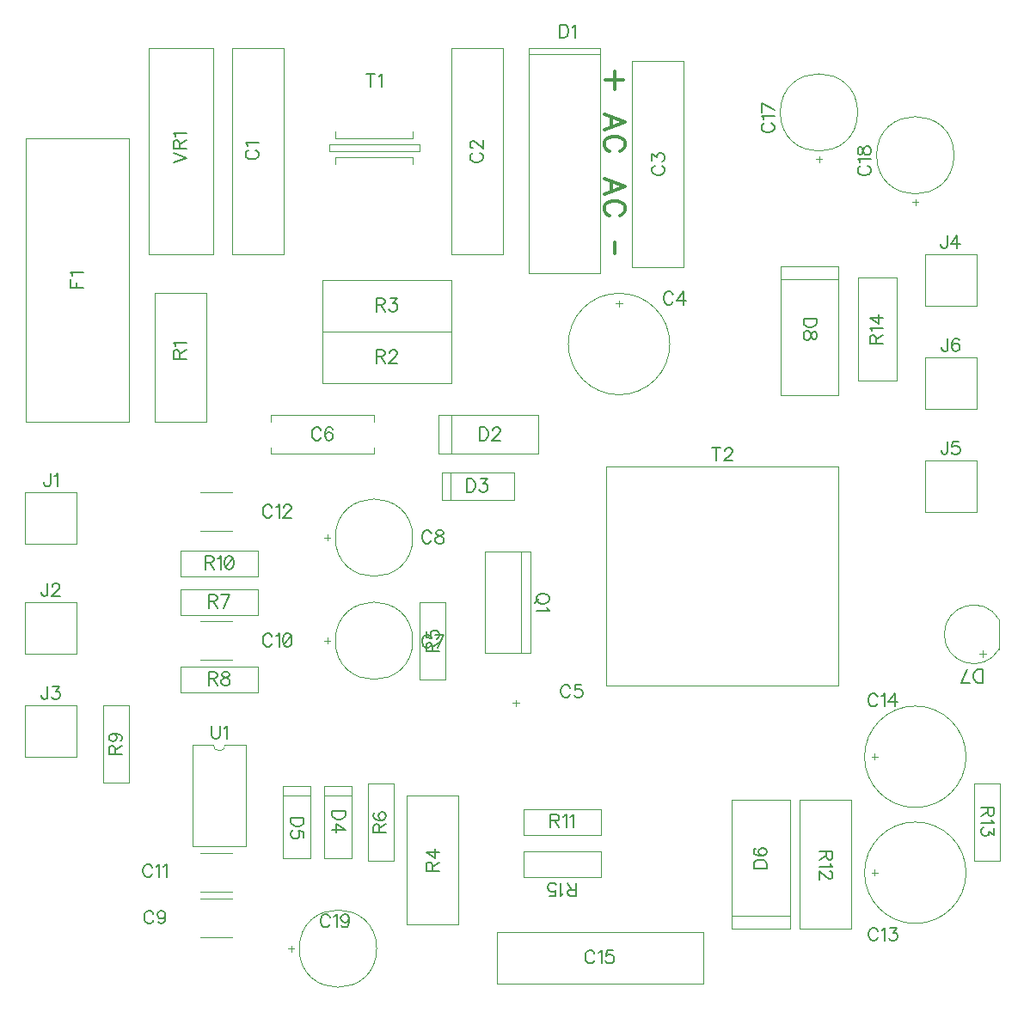
<source format=gbr>
G04 DipTrace 4.1.0.1*
G04 TopSilk.gbr*
%MOIN*%
G04 #@! TF.FileFunction,Legend,Top*
G04 #@! TF.Part,Single*
%ADD10C,0.004724*%
%ADD67C,0.00772*%
%ADD68C,0.012351*%
%ADD69C,0.004632*%
%FSLAX26Y26*%
G04*
G70*
G90*
G75*
G01*
G04 TopSilk*
%LPD*%
X1293701Y3393701D2*
D10*
X1493701D1*
Y4193701D1*
X1293701D1*
Y3393701D1*
X2143701D2*
X2343701D1*
Y4193701D1*
X2143701D1*
Y3393701D1*
X2843701Y3343701D2*
X3043701D1*
Y4143701D1*
X2843701D1*
Y3343701D1*
X2793701Y2848425D2*
G02X2793701Y2848425I0J196850D01*
G01*
X2781890Y3202756D2*
X2805512D1*
X2793701Y3214567D2*
Y3190945D1*
X2393708Y1298425D2*
G02X2393708Y1298425I-5J196850D01*
G01*
X2381888Y1652756D2*
X2405510D1*
X2393699Y1664567D2*
X2393700Y1640945D1*
X1843702Y2643701D2*
Y2618701D1*
X1443702Y2618692D1*
Y2643692D1*
X1443700Y2743692D2*
X1443699Y2768692D1*
X1843699Y2768701D1*
X1843700Y2743701D1*
X1662591Y1881881D2*
Y1905521D1*
X1650794Y1893701D2*
X1674421D1*
X1693693D2*
G02X1693693Y1893701I150007J0D01*
G01*
X1662591Y2281881D2*
Y2305521D1*
X1650794Y2293701D2*
X1674421D1*
X1693693D2*
G02X1693693Y2293701I150007J0D01*
G01*
X1293702Y743700D2*
X1168702Y743697D1*
X1293699Y893700D2*
X1168699Y893697D1*
X1168701Y1968701D2*
X1293701D1*
X1168701Y1818701D2*
X1293701D1*
Y918701D2*
X1168701D1*
X1293701Y1068701D2*
X1168701D1*
Y2468701D2*
X1293701D1*
X1168701Y2318701D2*
X1293701D1*
X4138976Y993701D2*
G02X4138976Y993701I-196850J0D01*
G01*
X3784646Y981890D2*
Y1005512D1*
X3772835Y993701D2*
X3796457D1*
X4138976Y1443701D2*
G02X4138976Y1443701I-196850J0D01*
G01*
X3784646Y1431890D2*
Y1455512D1*
X3772835Y1443701D2*
X3796457D1*
X2318706Y764561D2*
X2318714Y564561D1*
X3118714Y564596D1*
X3118706Y764596D1*
X2318706Y764561D1*
X3580521Y3762591D2*
X3556881D1*
X3568701Y3750794D2*
Y3774421D1*
X3418694Y3943700D2*
G02X3418694Y3943700I150007J0D01*
G01*
X3953946Y3596442D2*
X3930306D1*
X3942126Y3584646D2*
Y3608273D1*
X3792119Y3777552D2*
G02X3792119Y3777552I150007J0D01*
G01*
X1522834Y687388D2*
X1522833Y711028D1*
X1511037Y699208D2*
X1534664D1*
X1553936Y699213D2*
G02X1553936Y699213I150007J0D01*
G01*
X2718701Y4193701D2*
X2443701D1*
Y3318701D1*
X2718701D1*
Y4193701D1*
Y4168701D2*
X2443701D1*
X2143701Y2768701D2*
Y2618701D1*
X2481201D1*
Y2768701D1*
X2143701D1*
X2093701D2*
Y2618701D1*
X2143701D1*
Y2768701D1*
X2093701D1*
X2105979Y2440551D2*
X2381423D1*
X2105979Y2546850D2*
X2381423D1*
X2105979Y2440551D2*
Y2546850D1*
X2353787Y2440551D2*
X2385554D1*
Y2546850D1*
X2353787D1*
X2141168D2*
Y2440551D1*
X1650794Y1329060D2*
Y1053617D1*
X1757093Y1329060D2*
Y1053617D1*
X1650794Y1329060D2*
X1757093D1*
X1650794Y1081252D2*
Y1049486D1*
X1757093D1*
Y1081252D1*
Y1293871D2*
X1650794D1*
X1490551Y1329060D2*
Y1053617D1*
X1596850Y1329060D2*
Y1053617D1*
X1490551Y1329060D2*
X1596850D1*
X1490551Y1081252D2*
Y1049486D1*
X1596850D1*
Y1081252D1*
Y1293871D2*
X1490551D1*
X3231201Y827953D2*
X3456201D1*
Y1277953D1*
X3231201D1*
Y827953D1*
Y777953D2*
X3456201D1*
Y827953D1*
X3231201D1*
Y777953D1*
X4267125Y1975931D2*
X4267127Y1861475D1*
G02X4267125Y1975931I-98598J57226D01*
G01*
X3643701Y3297433D2*
X3418701D1*
Y2847433D1*
X3643701D1*
Y3297433D1*
Y3347433D2*
X3418701D1*
Y3297433D1*
X3643701D1*
Y3347433D1*
X493701Y2743701D2*
X893701D1*
Y3843701D1*
X493701D1*
Y2743701D1*
X490551Y2468701D2*
Y2268701D1*
X690551D1*
Y2468701D1*
X490551D1*
Y2043701D2*
Y1843701D1*
X690551D1*
Y2043701D1*
X490551D1*
Y1643701D2*
Y1443701D1*
X690551D1*
Y1643701D1*
X490551D1*
X3979528Y3393701D2*
Y3193701D1*
X4179528D1*
Y3393701D1*
X3979528D1*
Y2593701D2*
Y2393701D1*
X4179528D1*
Y2593701D1*
X3979528D1*
Y2993701D2*
Y2793701D1*
X4179528D1*
Y2993701D1*
X3979528D1*
X2450000Y2240551D2*
X2272835D1*
Y1846850D1*
X2450000D1*
Y2240551D1*
X2414567D2*
Y1846850D1*
X993703Y2743699D2*
X1193703Y2743703D1*
X1193694Y3243703D1*
X993694Y3243699D1*
X993703Y2743699D1*
X1643701Y3093701D2*
Y2893701D1*
X2143701D1*
Y3093701D1*
X1643701D1*
Y3293701D2*
Y3093701D1*
X2143701D1*
Y3293701D1*
X1643701D1*
X1968701Y793701D2*
X2168701D1*
Y1293701D1*
X1968701D1*
Y793701D1*
X2018701Y1743701D2*
X2118701D1*
Y2043701D1*
X2018701D1*
Y1743701D1*
X1818701Y1041339D2*
X1918701D1*
Y1341339D1*
X1818701D1*
Y1041339D1*
X1093701Y2093701D2*
Y1993701D1*
X1393701D1*
Y2093701D1*
X1093701D1*
Y1793701D2*
Y1693701D1*
X1393701D1*
Y1793701D1*
X1093701D1*
X793701Y1343701D2*
X893701D1*
Y1643701D1*
X793701D1*
Y1343701D1*
X1093701Y2243701D2*
Y2143701D1*
X1393701D1*
Y2243701D1*
X1093701D1*
X2422047Y1241339D2*
Y1141339D1*
X2722047D1*
Y1241339D1*
X2422047D1*
X3693701Y1277559D2*
X3493701D1*
Y777559D1*
X3693701D1*
Y1277559D1*
X4268701Y1341339D2*
X4168701D1*
Y1041339D1*
X4268701D1*
Y1341339D1*
X3718701Y2902756D2*
X3868701D1*
Y3302756D1*
X3718701D1*
Y2902756D1*
X2722047Y977559D2*
Y1077559D1*
X2422047D1*
Y977559D1*
X2722047D1*
X1668701Y3793701D2*
X2018701D1*
Y3818701D1*
X1668701D1*
Y3793701D1*
X1693701Y3743701D2*
Y3768701D1*
X1993701D1*
Y3743701D1*
X1693701Y3868701D2*
Y3843701D1*
X1993701D1*
Y3868701D1*
X2743701Y2568701D2*
Y1718701D1*
X3643701D1*
Y2568701D1*
X2743701D1*
X1346067Y1490551D2*
Y1096850D1*
X1141335D2*
X1346067D1*
X1141335Y1490551D2*
Y1096850D1*
Y1490551D2*
X1220075D1*
X1346067D2*
X1267327D1*
X1220075D2*
G03X1267327Y1490551I23626J4D01*
G01*
X968701Y3393701D2*
X1218701D1*
Y4193701D1*
X968701D1*
Y3393701D1*
X1357416Y3797919D2*
D67*
X1352663Y3795543D1*
X1347854Y3790734D1*
X1345478Y3785981D1*
Y3776420D1*
X1347854Y3771611D1*
X1352663Y3766858D1*
X1357416Y3764426D1*
X1364601Y3762049D1*
X1376594D1*
X1383724Y3764426D1*
X1388533Y3766858D1*
X1393286Y3771611D1*
X1395718Y3776420D1*
Y3785981D1*
X1393286Y3790734D1*
X1388533Y3795543D1*
X1383724Y3797919D1*
X1355095Y3813359D2*
X1352663Y3818167D1*
X1345533Y3825352D1*
X1395718D1*
X2227506Y3787169D2*
X2222753Y3784793D1*
X2217945Y3779984D1*
X2215568Y3775231D1*
Y3765670D1*
X2217945Y3760861D1*
X2222753Y3756108D1*
X2227506Y3753676D1*
X2234692Y3751300D1*
X2246685D1*
X2253815Y3753676D1*
X2258623Y3756108D1*
X2263376Y3760861D1*
X2265808Y3765670D1*
Y3775231D1*
X2263376Y3779984D1*
X2258623Y3784793D1*
X2253815Y3787169D1*
X2227562Y3805041D2*
X2225185D1*
X2220377Y3807417D1*
X2218000Y3809794D1*
X2215624Y3814602D1*
Y3824164D1*
X2218000Y3828917D1*
X2220377Y3831294D1*
X2225185Y3833725D1*
X2229938D1*
X2234747Y3831294D1*
X2241877Y3826540D1*
X2265808Y3802609D1*
Y3836102D1*
X2932416Y3737169D2*
X2927663Y3734793D1*
X2922854Y3729984D1*
X2920478Y3725231D1*
Y3715670D1*
X2922854Y3710861D1*
X2927663Y3706108D1*
X2932416Y3703676D1*
X2939601Y3701300D1*
X2951594D1*
X2958724Y3703676D1*
X2963533Y3706108D1*
X2968286Y3710861D1*
X2970718Y3715670D1*
Y3725231D1*
X2968286Y3729984D1*
X2963533Y3734793D1*
X2958724Y3737169D1*
X2920533Y3757417D2*
Y3783670D1*
X2939656Y3769355D1*
Y3776540D1*
X2942033Y3781294D1*
X2944409Y3783670D1*
X2951594Y3786102D1*
X2956348D1*
X2963533Y3783670D1*
X2968341Y3778917D1*
X2970718Y3771732D1*
Y3764547D1*
X2968341Y3757417D1*
X2965909Y3755041D1*
X2961156Y3752609D1*
X3002922Y3236470D2*
X3000546Y3241223D1*
X2995737Y3246032D1*
X2990984Y3248408D1*
X2981422D1*
X2976614Y3246032D1*
X2971861Y3241223D1*
X2969429Y3236470D1*
X2967052Y3229285D1*
Y3217291D1*
X2969429Y3210162D1*
X2971861Y3205353D1*
X2976614Y3200600D1*
X2981422Y3198168D1*
X2990984D1*
X2995737Y3200600D1*
X3000546Y3205353D1*
X3002922Y3210162D1*
X3042293Y3198168D2*
Y3248353D1*
X3018361Y3214915D1*
X3054231D1*
X2604111Y1711475D2*
X2601735Y1716228D1*
X2596926Y1721037D1*
X2592173Y1723413D1*
X2582611D1*
X2577803Y1721036D1*
X2573050Y1716228D1*
X2570618Y1711474D1*
X2568242Y1704289D1*
Y1692296D1*
X2570619Y1685166D1*
X2573051Y1680358D1*
X2577804Y1675605D1*
X2582613Y1673173D1*
X2592174D1*
X2596927Y1675605D1*
X2601736Y1680358D1*
X2604112Y1685167D1*
X2648235Y1723359D2*
X2624359D1*
X2621983Y1701859D1*
X2624359Y1704236D1*
X2631544Y1706668D1*
X2638674D1*
X2645859Y1704236D1*
X2650668Y1699483D1*
X2653044Y1692298D1*
X2653045Y1687545D1*
X2650668Y1680360D1*
X2645860Y1675551D1*
X2638675Y1673174D1*
X2631545D1*
X2624360Y1675551D1*
X2621983Y1677982D1*
X2619551Y1682736D1*
X1638388Y2709894D2*
X1636011Y2714647D1*
X1631202Y2719455D1*
X1626449Y2721832D1*
X1616888Y2721831D1*
X1612079Y2719455D1*
X1607326Y2714646D1*
X1604894Y2709893D1*
X1602518Y2702708D1*
Y2690714D1*
X1604895Y2683585D1*
X1607327Y2678776D1*
X1612080Y2674023D1*
X1616889Y2671591D1*
X1626450Y2671592D1*
X1631203Y2674024D1*
X1636012Y2678777D1*
X1638388Y2683585D1*
X1682512Y2714648D2*
X1680135Y2719401D1*
X1672950Y2721777D1*
X1668197D1*
X1661012Y2719401D1*
X1656203Y2712215D1*
X1653827Y2700277D1*
Y2688339D1*
X1656204Y2678777D1*
X1661013Y2673969D1*
X1668198Y2671593D1*
X1670574D1*
X1677704Y2673969D1*
X1682512Y2678778D1*
X1684889Y2685963D1*
Y2688340D1*
X1682512Y2695525D1*
X1677704Y2700278D1*
X1670574Y2702654D1*
X1668197D1*
X1661012Y2700277D1*
X1656204Y2695524D1*
X1653827Y2688339D1*
X2065719Y1904986D2*
X2063343Y1909739D1*
X2058534Y1914547D1*
X2053781Y1916924D1*
X2044219D1*
X2039411Y1914547D1*
X2034658Y1909739D1*
X2032226Y1904986D1*
X2029849Y1897801D1*
Y1885807D1*
X2032226Y1878677D1*
X2034658Y1873869D1*
X2039411Y1869116D1*
X2044219Y1866684D1*
X2053781D1*
X2058534Y1869116D1*
X2063343Y1873869D1*
X2065719Y1878677D1*
X2090720Y1866684D2*
X2114652Y1916869D1*
X2081159D1*
X2065747Y2309895D2*
X2063370Y2314648D1*
X2058562Y2319457D1*
X2053809Y2321833D1*
X2044247D1*
X2039439Y2319457D1*
X2034685Y2314648D1*
X2032254Y2309895D1*
X2029877Y2302710D1*
Y2290717D1*
X2032254Y2283587D1*
X2034685Y2278778D1*
X2039439Y2274025D1*
X2044247Y2271593D1*
X2053809D1*
X2058562Y2274025D1*
X2063370Y2278778D1*
X2065747Y2283587D1*
X2093124Y2321778D2*
X2085995Y2319401D1*
X2083563Y2314648D1*
Y2309840D1*
X2085995Y2305087D1*
X2090748Y2302655D1*
X2100309Y2300278D1*
X2107495Y2297902D1*
X2112248Y2293093D1*
X2114624Y2288340D1*
Y2281155D1*
X2112248Y2276402D1*
X2109871Y2273970D1*
X2102686Y2271593D1*
X2093124D1*
X2085995Y2273970D1*
X2083563Y2276402D1*
X2081186Y2281155D1*
Y2288340D1*
X2083563Y2293093D1*
X2088371Y2297902D1*
X2095501Y2300278D1*
X2105063Y2302655D1*
X2109871Y2305087D1*
X2112248Y2309840D1*
Y2314648D1*
X2109871Y2319401D1*
X2102686Y2321778D1*
X2093124D1*
X988360Y834891D2*
X985983Y839644D1*
X981175Y844453D1*
X976422Y846829D1*
X966860D1*
X962052Y844452D1*
X957298Y839644D1*
X954867Y834891D1*
X952490Y827705D1*
X952491Y815712D1*
X954867Y808582D1*
X957299Y803774D1*
X962053Y799021D1*
X966861Y796589D1*
X976423D1*
X981176Y799021D1*
X985984Y803775D1*
X988361Y808583D1*
X1034916Y830084D2*
X1032484Y822899D1*
X1027731Y818090D1*
X1020546Y815714D1*
X1018170Y815713D1*
X1010985Y818090D1*
X1006231Y822898D1*
X1003799Y830083D1*
Y832460D1*
X1006231Y839645D1*
X1010984Y844398D1*
X1018169Y846775D1*
X1020546D1*
X1027731Y844399D1*
X1032484Y839645D1*
X1034916Y830084D1*
Y818090D1*
X1032485Y806152D1*
X1027732Y798967D1*
X1020547Y796590D1*
X1015794D1*
X1008609Y798967D1*
X1006232Y803775D1*
X1448453Y1909895D2*
X1446077Y1914648D1*
X1441268Y1919457D1*
X1436515Y1921833D1*
X1426953D1*
X1422145Y1919457D1*
X1417392Y1914648D1*
X1414960Y1909895D1*
X1412583Y1902710D1*
Y1890717D1*
X1414960Y1883587D1*
X1417392Y1878778D1*
X1422145Y1874025D1*
X1426953Y1871593D1*
X1436515D1*
X1441268Y1874025D1*
X1446077Y1878778D1*
X1448453Y1883587D1*
X1463892Y1912216D2*
X1468701Y1914648D1*
X1475886Y1921778D1*
Y1871593D1*
X1505695Y1921778D2*
X1498510Y1919401D1*
X1493702Y1912216D1*
X1491325Y1900278D1*
Y1893093D1*
X1493702Y1881155D1*
X1498510Y1873970D1*
X1505695Y1871593D1*
X1510448D1*
X1517633Y1873970D1*
X1522387Y1881155D1*
X1524818Y1893093D1*
Y1900278D1*
X1522387Y1912216D1*
X1517633Y1919401D1*
X1510448Y1921778D1*
X1505695D1*
X1522387Y1912216D2*
X1493702Y1881155D1*
X984203Y1014803D2*
X981826Y1019556D1*
X977018Y1024365D1*
X972265Y1026741D1*
X962703D1*
X957895Y1024365D1*
X953142Y1019556D1*
X950710Y1014803D1*
X948333Y1007618D1*
Y995625D1*
X950710Y988495D1*
X953142Y983686D1*
X957895Y978933D1*
X962703Y976501D1*
X972265D1*
X977018Y978933D1*
X981826Y983686D1*
X984203Y988495D1*
X999642Y1017125D2*
X1004451Y1019556D1*
X1011636Y1026686D1*
Y976501D1*
X1027075Y1017125D2*
X1031883Y1019556D1*
X1039068Y1026686D1*
Y976501D1*
X1448453Y2409895D2*
X1446077Y2414648D1*
X1441268Y2419457D1*
X1436515Y2421833D1*
X1426953D1*
X1422145Y2419457D1*
X1417392Y2414648D1*
X1414960Y2409895D1*
X1412583Y2402710D1*
Y2390717D1*
X1414960Y2383587D1*
X1417392Y2378778D1*
X1422145Y2374025D1*
X1426953Y2371593D1*
X1436515D1*
X1441268Y2374025D1*
X1446077Y2378778D1*
X1448453Y2383587D1*
X1463892Y2412216D2*
X1468701Y2414648D1*
X1475886Y2421778D1*
Y2371593D1*
X1493757Y2409840D2*
Y2412216D1*
X1496134Y2417025D1*
X1498510Y2419401D1*
X1503319Y2421778D1*
X1512880D1*
X1517633Y2419401D1*
X1520010Y2417025D1*
X1522442Y2412216D1*
Y2407463D1*
X1520010Y2402655D1*
X1515257Y2395525D1*
X1491325Y2371593D1*
X1524818D1*
X3796878Y767953D2*
X3794502Y772706D1*
X3789693Y777514D1*
X3784940Y779891D1*
X3775378D1*
X3770570Y777514D1*
X3765817Y772706D1*
X3763385Y767953D1*
X3761008Y760768D1*
Y748774D1*
X3763385Y741645D1*
X3765817Y736836D1*
X3770570Y732083D1*
X3775378Y729651D1*
X3784940D1*
X3789693Y732083D1*
X3794502Y736836D1*
X3796878Y741645D1*
X3812318Y770274D2*
X3817126Y772706D1*
X3824311Y779836D1*
Y729651D1*
X3844559Y779836D2*
X3870812D1*
X3856497Y760713D1*
X3863682D1*
X3868435Y758336D1*
X3870812Y755959D1*
X3873244Y748774D1*
Y744021D1*
X3870812Y736836D1*
X3866059Y732028D1*
X3858874Y729651D1*
X3851688D1*
X3844559Y732028D1*
X3842182Y734459D1*
X3839750Y739213D1*
X3795690Y1676836D2*
X3793313Y1681589D1*
X3788505Y1686398D1*
X3783752Y1688774D1*
X3774190D1*
X3769382Y1686398D1*
X3764629Y1681589D1*
X3762197Y1676836D1*
X3759820Y1669651D1*
Y1657658D1*
X3762197Y1650528D1*
X3764629Y1645719D1*
X3769382Y1640966D1*
X3774190Y1638534D1*
X3783752D1*
X3788505Y1640966D1*
X3793313Y1645719D1*
X3795690Y1650528D1*
X3811129Y1679157D2*
X3815938Y1681589D1*
X3823123Y1688719D1*
Y1638534D1*
X3862494D2*
Y1688719D1*
X3838562Y1655281D1*
X3874432D1*
X2698458Y680767D2*
X2696081Y685520D1*
X2691272Y690328D1*
X2686519Y692705D1*
X2676957Y692704D1*
X2672149Y690327D1*
X2667396Y685519D1*
X2664964Y680765D1*
X2662588Y673580D1*
X2662589Y661587D1*
X2664965Y654457D1*
X2667398Y649649D1*
X2672151Y644896D1*
X2676959Y642464D1*
X2686521Y642465D1*
X2691274Y644897D1*
X2696082Y649650D1*
X2698459Y654459D1*
X2713897Y683089D2*
X2718705Y685521D1*
X2725890Y692651D1*
X2725892Y642466D1*
X2770014Y692653D2*
X2746138Y692652D1*
X2743762Y671152D1*
X2746138Y673529D1*
X2753323Y675961D1*
X2760453D1*
X2767638Y673530D1*
X2772447Y668777D1*
X2774824Y661592D1*
Y656839D1*
X2772448Y649653D1*
X2767639Y644845D1*
X2760455Y642468D1*
X2753325D1*
X2746140Y644844D1*
X2743763Y647276D1*
X2741331Y652029D1*
X3357416Y3902003D2*
X3352663Y3899626D1*
X3347854Y3894818D1*
X3345478Y3890065D1*
Y3880503D1*
X3347854Y3875695D1*
X3352663Y3870941D1*
X3357416Y3868510D1*
X3364601Y3866133D1*
X3376594D1*
X3383724Y3868510D1*
X3388533Y3870941D1*
X3393286Y3875695D1*
X3395718Y3880503D1*
Y3890065D1*
X3393286Y3894818D1*
X3388533Y3899626D1*
X3383724Y3902003D1*
X3355095Y3917442D2*
X3352663Y3922251D1*
X3345533Y3929436D1*
X3395718D1*
Y3954437D2*
X3345533Y3978368D1*
Y3944875D1*
X3730841Y3735882D2*
X3726088Y3733506D1*
X3721279Y3728697D1*
X3718903Y3723944D1*
Y3714382D1*
X3721279Y3709574D1*
X3726088Y3704821D1*
X3730841Y3702389D1*
X3738026Y3700012D1*
X3750020D1*
X3757149Y3702389D1*
X3761958Y3704821D1*
X3766711Y3709574D1*
X3769143Y3714382D1*
Y3723944D1*
X3766711Y3728697D1*
X3761958Y3733506D1*
X3757149Y3735882D1*
X3728520Y3751322D2*
X3726088Y3756130D1*
X3718958Y3763315D1*
X3769143D1*
X3718958Y3790693D2*
X3721335Y3783563D1*
X3726088Y3781131D1*
X3730896D1*
X3735650Y3783563D1*
X3738081Y3788316D1*
X3740458Y3797878D1*
X3742835Y3805063D1*
X3747643Y3809816D1*
X3752396Y3812192D1*
X3759581D1*
X3764334Y3809816D1*
X3766766Y3807439D1*
X3769143Y3800254D1*
Y3790693D1*
X3766766Y3783563D1*
X3764334Y3781131D1*
X3759581Y3778754D1*
X3752396D1*
X3747643Y3781131D1*
X3742835Y3785939D1*
X3740458Y3793069D1*
X3738081Y3802631D1*
X3735650Y3807439D1*
X3730896Y3809816D1*
X3726088D1*
X3721335Y3807439D1*
X3718958Y3800254D1*
Y3790693D1*
X1672353Y820315D2*
X1669976Y825068D1*
X1665168Y829876D1*
X1660414Y832253D1*
X1650853Y832252D1*
X1646044Y829876D1*
X1641291Y825067D1*
X1638860Y820314D1*
X1636483Y813129D1*
X1636484Y801135D1*
X1638860Y794005D1*
X1641292Y789197D1*
X1646046Y784444D1*
X1650854Y782012D1*
X1660416Y782013D1*
X1665169Y784445D1*
X1669977Y789198D1*
X1672354Y794006D1*
X1687792Y822637D2*
X1692601Y825069D1*
X1699785Y832198D1*
X1699787Y782014D1*
X1746342Y815508D2*
X1743910Y808323D1*
X1739157Y803515D1*
X1731972Y801138D1*
X1729596D1*
X1722411Y803514D1*
X1717657Y808323D1*
X1715225Y815508D1*
Y817884D1*
X1717657Y825069D1*
X1722410Y829823D1*
X1729595Y832199D1*
X1731971D1*
X1739156Y829823D1*
X1743910Y825070D1*
X1746342Y815508D1*
Y803515D1*
X1743911Y791577D1*
X1739158Y784392D1*
X1731973Y782015D1*
X1727220D1*
X1720035Y784391D1*
X1717658Y789199D1*
X2810775Y4068745D2*
D68*
X2741887D1*
X2776286Y4103145D2*
Y4034257D1*
X2736183Y3876242D2*
X2816567Y3906928D1*
X2736183Y3937525D1*
X2762978Y3926029D2*
Y3887738D1*
X2797466Y3794148D2*
X2805071Y3797950D1*
X2812764Y3805644D1*
X2816567Y3813249D1*
Y3828547D1*
X2812764Y3836241D1*
X2805071Y3843846D1*
X2797466Y3847737D1*
X2785970Y3851539D1*
X2766780D1*
X2755372Y3847737D1*
X2747679Y3843846D1*
X2740074Y3836241D1*
X2736183Y3828547D1*
Y3813249D1*
X2740074Y3805644D1*
X2747679Y3797950D1*
X2755372Y3794148D1*
X2736183Y3626242D2*
X2816567Y3656928D1*
X2736183Y3687525D1*
X2762978Y3676029D2*
Y3637738D1*
X2797466Y3544148D2*
X2805071Y3547950D1*
X2812764Y3555644D1*
X2816567Y3563249D1*
Y3578547D1*
X2812764Y3586241D1*
X2805071Y3593846D1*
X2797466Y3597737D1*
X2785970Y3601539D1*
X2766780D1*
X2755372Y3597737D1*
X2747679Y3593846D1*
X2740074Y3586241D1*
X2736183Y3578547D1*
Y3563249D1*
X2740074Y3555644D1*
X2747679Y3547950D1*
X2755372Y3544148D1*
X2776331Y3440352D2*
Y3396136D1*
X2563238Y4284333D2*
D67*
Y4234093D1*
X2579984D1*
X2587169Y4236525D1*
X2591978Y4241278D1*
X2594354Y4246087D1*
X2596731Y4253217D1*
Y4265210D1*
X2594354Y4272395D1*
X2591978Y4277148D1*
X2587169Y4281957D1*
X2579984Y4284333D1*
X2563238D1*
X2612170Y4274716D2*
X2616979Y4277148D1*
X2624164Y4284278D1*
Y4234093D1*
X2252488Y2721833D2*
Y2671593D1*
X2269234D1*
X2276420Y2674025D1*
X2281228Y2678778D1*
X2283605Y2683587D1*
X2285981Y2690717D1*
Y2702710D1*
X2283605Y2709895D1*
X2281228Y2714648D1*
X2276420Y2719457D1*
X2269234Y2721833D1*
X2252488D1*
X2303852Y2709840D2*
Y2712216D1*
X2306229Y2717025D1*
X2308605Y2719401D1*
X2313414Y2721778D1*
X2322976D1*
X2327729Y2719401D1*
X2330105Y2717025D1*
X2332537Y2712216D1*
Y2707463D1*
X2330105Y2702655D1*
X2325352Y2695525D1*
X2301420Y2671593D1*
X2334914D1*
X2202488Y2521833D2*
Y2471593D1*
X2219234D1*
X2226420Y2474025D1*
X2231228Y2478778D1*
X2233605Y2483587D1*
X2235981Y2490717D1*
Y2502710D1*
X2233605Y2509895D1*
X2231228Y2514648D1*
X2226420Y2519457D1*
X2219234Y2521833D1*
X2202488D1*
X2256229Y2521778D2*
X2282482D1*
X2268167Y2502655D1*
X2275352D1*
X2280105Y2500278D1*
X2282482Y2497902D1*
X2284914Y2490717D1*
Y2485963D1*
X2282482Y2478778D1*
X2277729Y2473970D1*
X2270544Y2471593D1*
X2263359D1*
X2256229Y2473970D1*
X2253852Y2476402D1*
X2251420Y2481155D1*
X1732076Y1233740D2*
X1681836D1*
Y1216993D1*
X1684268Y1209808D1*
X1689021Y1205000D1*
X1693830Y1202623D1*
X1700959Y1200247D1*
X1712953D1*
X1720138Y1202623D1*
X1724891Y1205000D1*
X1729700Y1209808D1*
X1732076Y1216993D1*
Y1233740D1*
X1681836Y1160876D2*
X1732021D1*
X1698583Y1184807D1*
Y1148937D1*
X1571833Y1207552D2*
X1521593D1*
Y1190805D1*
X1524025Y1183620D1*
X1528778Y1178811D1*
X1533587Y1176435D1*
X1540717Y1174058D1*
X1552710D1*
X1559895Y1176435D1*
X1564648Y1178811D1*
X1569457Y1183620D1*
X1571833Y1190805D1*
Y1207552D1*
X1571778Y1129934D2*
Y1153811D1*
X1550278Y1156187D1*
X1552655Y1153811D1*
X1555087Y1146625D1*
Y1139496D1*
X1552655Y1132311D1*
X1547902Y1127502D1*
X1540717Y1125126D1*
X1535963D1*
X1528778Y1127502D1*
X1523970Y1132311D1*
X1521593Y1139496D1*
Y1146625D1*
X1523970Y1153811D1*
X1526402Y1156187D1*
X1531155Y1158619D1*
X3315568Y1010552D2*
X3365808D1*
Y1027298D1*
X3363376Y1034483D1*
X3358623Y1039292D1*
X3353815Y1041668D1*
X3346685Y1044045D1*
X3334692D1*
X3327506Y1041668D1*
X3322753Y1039292D1*
X3317945Y1034483D1*
X3315568Y1027298D1*
Y1010552D1*
X3322753Y1088169D2*
X3318000Y1085792D1*
X3315624Y1078607D1*
Y1073854D1*
X3318000Y1066669D1*
X3325185Y1061861D1*
X3337123Y1059484D1*
X3349062D1*
X3358623Y1061861D1*
X3363432Y1066669D1*
X3365808Y1073854D1*
Y1076231D1*
X3363432Y1083361D1*
X3358623Y1088169D1*
X3351438Y1090546D1*
X3349062D1*
X3341877Y1088169D1*
X3337123Y1083361D1*
X3334747Y1076231D1*
Y1073854D1*
X3337123Y1066669D1*
X3341877Y1061861D1*
X3349062Y1059484D1*
X4203487Y1831049D2*
D69*
X4203486Y1856882D1*
X4216387Y1843982D2*
X4190554D1*
X4202044Y1731477D2*
D67*
X4202043Y1781717D1*
X4185296D1*
X4178111Y1779285D1*
X4173303Y1774531D1*
X4170926Y1769723D1*
X4168550Y1762593D1*
Y1750599D1*
X4170927Y1743414D1*
X4173304Y1738661D1*
X4178112Y1733853D1*
X4185297Y1731477D1*
X4202044D1*
X4143549Y1781716D2*
X4119618Y1731530D1*
X4153111Y1731531D1*
X3559333Y3143941D2*
X3509093D1*
Y3127195D1*
X3511525Y3120010D1*
X3516278Y3115201D1*
X3521087Y3112824D1*
X3528217Y3110448D1*
X3540210D1*
X3547395Y3112824D1*
X3552148Y3115201D1*
X3556957Y3120010D1*
X3559333Y3127195D1*
Y3143941D1*
X3559278Y3083070D2*
X3556901Y3090200D1*
X3552148Y3092632D1*
X3547340D1*
X3542587Y3090200D1*
X3540155Y3085447D1*
X3537778Y3075885D1*
X3535402Y3068700D1*
X3530593Y3063947D1*
X3525840Y3061571D1*
X3518655D1*
X3513902Y3063947D1*
X3511470Y3066324D1*
X3509093Y3073509D1*
Y3083070D1*
X3511470Y3090200D1*
X3513902Y3092632D1*
X3518655Y3095009D1*
X3525840D1*
X3530593Y3092632D1*
X3535402Y3087824D1*
X3537778Y3080694D1*
X3540155Y3071132D1*
X3542587Y3066324D1*
X3547340Y3063947D1*
X3552148D1*
X3556901Y3066324D1*
X3559278Y3073509D1*
Y3083070D1*
X665568Y3295543D2*
Y3264426D1*
X715808D1*
X689500D2*
Y3283549D1*
X675185Y3310982D2*
X672753Y3315790D1*
X665624Y3322976D1*
X715808D1*
X588801Y2541924D2*
Y2503677D1*
X586424Y2496492D1*
X583992Y2494116D1*
X579239Y2491684D1*
X574431D1*
X569677Y2494116D1*
X567301Y2496492D1*
X564869Y2503677D1*
Y2508431D1*
X604240Y2532307D2*
X609048Y2534739D1*
X616233Y2541869D1*
Y2491684D1*
X578051Y2116924D2*
Y2078677D1*
X575674Y2071492D1*
X573242Y2069116D1*
X568489Y2066684D1*
X563681D1*
X558927Y2069116D1*
X556551Y2071492D1*
X554119Y2078677D1*
Y2083431D1*
X595922Y2104930D2*
Y2107307D1*
X598298Y2112115D1*
X600675Y2114492D1*
X605483Y2116869D1*
X615045D1*
X619798Y2114492D1*
X622175Y2112115D1*
X624607Y2107307D1*
Y2102554D1*
X622175Y2097745D1*
X617422Y2090616D1*
X593490Y2066684D1*
X626983D1*
X578051Y1716924D2*
Y1678677D1*
X575674Y1671492D1*
X573242Y1669116D1*
X568489Y1666684D1*
X563681D1*
X558927Y1669116D1*
X556551Y1671492D1*
X554119Y1678677D1*
Y1683431D1*
X598298Y1716869D2*
X624551D1*
X610237Y1697745D1*
X617422D1*
X622175Y1695369D1*
X624551Y1692992D1*
X626983Y1685807D1*
Y1681054D1*
X624551Y1673869D1*
X619798Y1669060D1*
X612613Y1666684D1*
X605428D1*
X598298Y1669060D1*
X595922Y1671492D1*
X593490Y1676245D1*
X4065839Y3466924D2*
Y3428677D1*
X4063462Y3421492D1*
X4061030Y3419116D1*
X4056277Y3416684D1*
X4051469D1*
X4046716Y3419116D1*
X4044339Y3421492D1*
X4041907Y3428677D1*
Y3433431D1*
X4105210Y3416684D2*
Y3466869D1*
X4081278Y3433431D1*
X4117148D1*
X4067027Y2666924D2*
Y2628677D1*
X4064651Y2621492D1*
X4062219Y2619116D1*
X4057465Y2616684D1*
X4052657D1*
X4047904Y2619116D1*
X4045527Y2621492D1*
X4043095Y2628677D1*
Y2633431D1*
X4111151Y2666869D2*
X4087275D1*
X4084898Y2645369D1*
X4087275Y2647745D1*
X4094460Y2650177D1*
X4101590D1*
X4108775Y2647745D1*
X4113583Y2642992D1*
X4115960Y2635807D1*
Y2631054D1*
X4113583Y2623869D1*
X4108775Y2619060D1*
X4101590Y2616684D1*
X4094460D1*
X4087275Y2619060D1*
X4084898Y2621492D1*
X4082466Y2626245D1*
X4068243Y3066924D2*
Y3028677D1*
X4065866Y3021492D1*
X4063435Y3019116D1*
X4058681Y3016684D1*
X4053873D1*
X4049120Y3019116D1*
X4046743Y3021492D1*
X4044311Y3028677D1*
Y3033431D1*
X4112367Y3059739D2*
X4109991Y3064492D1*
X4102806Y3066869D1*
X4098052D1*
X4090867Y3064492D1*
X4086059Y3057307D1*
X4083682Y3045369D1*
Y3033431D1*
X4086059Y3023869D1*
X4090867Y3019060D1*
X4098052Y3016684D1*
X4100429D1*
X4107559Y3019060D1*
X4112367Y3023869D1*
X4114744Y3031054D1*
Y3033431D1*
X4112367Y3040616D1*
X4107559Y3045369D1*
X4100429Y3047745D1*
X4098052D1*
X4090867Y3045369D1*
X4086059Y3040616D1*
X4083682Y3033431D1*
X2523223Y2062198D2*
X2520902Y2066951D1*
X2516093Y2071760D1*
X2511285Y2074136D1*
X2504100Y2076568D1*
X2492162D1*
X2484977Y2074136D1*
X2480223Y2071760D1*
X2475415Y2066951D1*
X2473038Y2062198D1*
Y2052636D1*
X2475415Y2047828D1*
X2480223Y2043075D1*
X2484977Y2040698D1*
X2492162Y2038266D1*
X2504100D1*
X2511285Y2040698D1*
X2516093Y2043075D1*
X2520902Y2047828D1*
X2523223Y2052636D1*
Y2062198D1*
X2482600Y2055013D2*
X2468230Y2040698D1*
X2513606Y2022827D2*
X2516038Y2018019D1*
X2523168Y2010834D1*
X2472983D1*
X1089501Y2988235D2*
Y3009735D1*
X1087069Y3016920D1*
X1084692Y3019352D1*
X1079939Y3021728D1*
X1075131D1*
X1070378Y3019351D1*
X1067946Y3016920D1*
X1065569Y3009734D1*
X1065570Y2988235D1*
X1115810Y2988236D1*
X1089501Y3004982D2*
X1115809Y3021729D1*
X1075186Y3037167D2*
X1072754Y3041976D1*
X1065624Y3049161D1*
X1115809Y3049162D1*
X1852488Y2997902D2*
X1873988D1*
X1881173Y3000333D1*
X1883605Y3002710D1*
X1885981Y3007463D1*
Y3012272D1*
X1883605Y3017025D1*
X1881173Y3019457D1*
X1873988Y3021833D1*
X1852488D1*
Y2971593D1*
X1869234Y2997902D2*
X1885981Y2971593D1*
X1903852Y3009840D2*
Y3012216D1*
X1906229Y3017025D1*
X1908605Y3019401D1*
X1913414Y3021778D1*
X1922976D1*
X1927729Y3019401D1*
X1930105Y3017025D1*
X1932537Y3012216D1*
Y3007463D1*
X1930105Y3002655D1*
X1925352Y2995525D1*
X1901420Y2971593D1*
X1934914D1*
X1852488Y3197902D2*
X1873988D1*
X1881173Y3200333D1*
X1883605Y3202710D1*
X1885981Y3207463D1*
Y3212272D1*
X1883605Y3217025D1*
X1881173Y3219457D1*
X1873988Y3221833D1*
X1852488D1*
Y3171593D1*
X1869234Y3197902D2*
X1885981Y3171593D1*
X1906229Y3221778D2*
X1932482D1*
X1918167Y3202655D1*
X1925352D1*
X1930105Y3200278D1*
X1932482Y3197902D1*
X1934914Y3190717D1*
Y3185963D1*
X1932482Y3178778D1*
X1927729Y3173970D1*
X1920544Y3171593D1*
X1913359D1*
X1906229Y3173970D1*
X1903852Y3176402D1*
X1901420Y3181155D1*
X2069409Y1001300D2*
Y1022799D1*
X2066978Y1029984D1*
X2064601Y1032416D1*
X2059848Y1034793D1*
X2055039D1*
X2050286Y1032416D1*
X2047854Y1029984D1*
X2045478Y1022799D1*
Y1001300D1*
X2095718D1*
X2069409Y1018046D2*
X2095718Y1034793D1*
Y1074164D2*
X2045533D1*
X2078971Y1050232D1*
Y1086102D1*
X2069409Y1852488D2*
Y1873988D1*
X2066978Y1881173D1*
X2064601Y1883605D1*
X2059848Y1885981D1*
X2055039D1*
X2050286Y1883605D1*
X2047854Y1881173D1*
X2045478Y1873988D1*
Y1852488D1*
X2095718D1*
X2069409Y1869234D2*
X2095718Y1885981D1*
X2045533Y1930105D2*
Y1906229D1*
X2067033Y1903852D1*
X2064656Y1906229D1*
X2062224Y1913414D1*
Y1920544D1*
X2064656Y1927729D1*
X2069409Y1932537D1*
X2076594Y1934914D1*
X2081348D1*
X2088533Y1932537D1*
X2093341Y1927729D1*
X2095718Y1920544D1*
Y1913414D1*
X2093341Y1906229D1*
X2090909Y1903852D1*
X2086156Y1901420D1*
X1864500Y1148937D2*
Y1170437D1*
X1862068Y1177622D1*
X1859692Y1180054D1*
X1854938Y1182431D1*
X1850130D1*
X1845377Y1180054D1*
X1842945Y1177622D1*
X1840568Y1170437D1*
Y1148937D1*
X1890808D1*
X1864500Y1165684D2*
X1890808Y1182431D1*
X1847753Y1226555D2*
X1843000Y1224178D1*
X1840624Y1216993D1*
Y1212240D1*
X1843000Y1205055D1*
X1850185Y1200247D1*
X1862123Y1197870D1*
X1874062D1*
X1883623Y1200247D1*
X1888432Y1205055D1*
X1890808Y1212240D1*
Y1214617D1*
X1888432Y1221746D1*
X1883623Y1226555D1*
X1876438Y1228931D1*
X1874062D1*
X1866877Y1226555D1*
X1862123Y1221746D1*
X1859747Y1214617D1*
Y1212240D1*
X1862123Y1205055D1*
X1866877Y1200247D1*
X1874062Y1197870D1*
X1202488Y2047902D2*
X1223988D1*
X1231173Y2050333D1*
X1233605Y2052710D1*
X1235981Y2057463D1*
Y2062272D1*
X1233605Y2067025D1*
X1231173Y2069457D1*
X1223988Y2071833D1*
X1202488D1*
Y2021593D1*
X1219234Y2047902D2*
X1235981Y2021593D1*
X1260982D2*
X1284914Y2071778D1*
X1251420D1*
X1202515Y1747902D2*
X1224015D1*
X1231200Y1750333D1*
X1233632Y1752710D1*
X1236009Y1757463D1*
Y1762272D1*
X1233632Y1767025D1*
X1231200Y1769457D1*
X1224015Y1771833D1*
X1202515D1*
Y1721593D1*
X1219262Y1747902D2*
X1236009Y1721593D1*
X1263386Y1771778D2*
X1256256Y1769401D1*
X1253825Y1764648D1*
Y1759840D1*
X1256256Y1755087D1*
X1261010Y1752655D1*
X1270571Y1750278D1*
X1277756Y1747902D1*
X1282510Y1743093D1*
X1284886Y1738340D1*
Y1731155D1*
X1282510Y1726402D1*
X1280133Y1723970D1*
X1272948Y1721593D1*
X1263386D1*
X1256256Y1723970D1*
X1253825Y1726402D1*
X1251448Y1731155D1*
Y1738340D1*
X1253825Y1743093D1*
X1258633Y1747902D1*
X1265763Y1750278D1*
X1275324Y1752655D1*
X1280133Y1755087D1*
X1282510Y1759840D1*
Y1764648D1*
X1280133Y1769401D1*
X1272948Y1771778D1*
X1263386D1*
X839500Y1453676D2*
Y1475176D1*
X837068Y1482361D1*
X834692Y1484793D1*
X829938Y1487169D1*
X825130D1*
X820377Y1484793D1*
X817945Y1482361D1*
X815568Y1475176D1*
Y1453676D1*
X865808D1*
X839500Y1470423D2*
X865808Y1487169D1*
X832315Y1533725D2*
X839500Y1531294D1*
X844308Y1526540D1*
X846685Y1519355D1*
Y1516979D1*
X844308Y1509794D1*
X839500Y1505041D1*
X832315Y1502609D1*
X829938D1*
X822753Y1505041D1*
X818000Y1509794D1*
X815624Y1516979D1*
Y1519355D1*
X818000Y1526540D1*
X822753Y1531294D1*
X832315Y1533725D1*
X844308D1*
X856247Y1531294D1*
X863432Y1526540D1*
X865808Y1519355D1*
Y1514602D1*
X863432Y1507417D1*
X858623Y1505041D1*
X1188771Y2197902D2*
X1210271D1*
X1217456Y2200333D1*
X1219888Y2202710D1*
X1222265Y2207463D1*
Y2212272D1*
X1219888Y2217025D1*
X1217456Y2219457D1*
X1210271Y2221833D1*
X1188771D1*
Y2171593D1*
X1205518Y2197902D2*
X1222265Y2171593D1*
X1237704Y2212216D2*
X1242512Y2214648D1*
X1249698Y2221778D1*
Y2171593D1*
X1279507Y2221778D2*
X1272322Y2219401D1*
X1267513Y2212216D1*
X1265137Y2200278D1*
Y2193093D1*
X1267513Y2181155D1*
X1272322Y2173970D1*
X1279507Y2171593D1*
X1284260D1*
X1291445Y2173970D1*
X1296198Y2181155D1*
X1298630Y2193093D1*
Y2200278D1*
X1296198Y2212216D1*
X1291445Y2219401D1*
X1284260Y2221778D1*
X1279507D1*
X1296198Y2212216D2*
X1267513Y2181155D1*
X2527868Y1195539D2*
X2549368D1*
X2556553Y1197971D1*
X2558985Y1200348D1*
X2561361Y1205101D1*
Y1209909D1*
X2558985Y1214663D1*
X2556553Y1217095D1*
X2549368Y1219471D1*
X2527868D1*
Y1169231D1*
X2544615Y1195539D2*
X2561361Y1169231D1*
X2576800Y1209854D2*
X2581609Y1212286D1*
X2588794Y1219416D1*
Y1169231D1*
X2604233Y1209854D2*
X2609042Y1212286D1*
X2616227Y1219416D1*
Y1169231D1*
X3597902Y1077440D2*
Y1055940D1*
X3600333Y1048755D1*
X3602710Y1046323D1*
X3607463Y1043946D1*
X3612272D1*
X3617025Y1046323D1*
X3619457Y1048755D1*
X3621833Y1055940D1*
Y1077440D1*
X3571593D1*
X3597902Y1060693D2*
X3571593Y1043946D1*
X3612216Y1028507D2*
X3614648Y1023699D1*
X3621778Y1016514D1*
X3571593D1*
X3609840Y998643D2*
X3612216D1*
X3617025Y996266D1*
X3619401Y993889D1*
X3621778Y989081D1*
Y979519D1*
X3619401Y974766D1*
X3617025Y972390D1*
X3612216Y969958D1*
X3607463D1*
X3602655Y972390D1*
X3595525Y977143D1*
X3571593Y1001075D1*
Y967581D1*
X4222902Y1246268D2*
Y1224768D1*
X4225333Y1217583D1*
X4227710Y1215151D1*
X4232463Y1212775D1*
X4237272D1*
X4242025Y1215151D1*
X4244457Y1217583D1*
X4246833Y1224768D1*
Y1246268D1*
X4196593D1*
X4222902Y1229521D2*
X4196593Y1212775D1*
X4237216Y1197335D2*
X4239648Y1192527D1*
X4246778Y1185342D1*
X4196593D1*
X4246778Y1165094D2*
Y1138841D1*
X4227655Y1153156D1*
Y1145971D1*
X4225278Y1141218D1*
X4222902Y1138841D1*
X4215717Y1136409D1*
X4210963D1*
X4203778Y1138841D1*
X4198970Y1143594D1*
X4196593Y1150779D1*
Y1157964D1*
X4198970Y1165094D1*
X4201402Y1167471D1*
X4206155Y1169903D1*
X3789500Y3046638D2*
Y3068138D1*
X3787068Y3075323D1*
X3784692Y3077755D1*
X3779938Y3080132D1*
X3775130D1*
X3770377Y3077755D1*
X3767945Y3075323D1*
X3765568Y3068138D1*
Y3046638D1*
X3815808D1*
X3789500Y3063385D2*
X3815808Y3080132D1*
X3775185Y3095571D2*
X3772753Y3100379D1*
X3765624Y3107564D1*
X3815808D1*
Y3146935D2*
X3765624D1*
X3799062Y3123004D1*
Y3158874D1*
X2626977Y928268D2*
X2605477D1*
X2598292Y925836D1*
X2595860Y923459D1*
X2593483Y918706D1*
Y913898D1*
X2595860Y909144D1*
X2598292Y906713D1*
X2605477Y904336D1*
X2626977D1*
Y954576D1*
X2610230Y928268D2*
X2593483Y954576D1*
X2578044Y913953D2*
X2573236Y911521D1*
X2566050Y904391D1*
Y954576D1*
X2521926Y904391D2*
X2545803D1*
X2548179Y925891D1*
X2545803Y923515D1*
X2538618Y921083D1*
X2531488D1*
X2524303Y923515D1*
X2519495Y928268D1*
X2517118Y935453D1*
Y940206D1*
X2519495Y947391D1*
X2524303Y952199D1*
X2531488Y954576D1*
X2538618D1*
X2545803Y952199D1*
X2548179Y949768D1*
X2550611Y945014D1*
X1829984Y4092361D2*
Y4042121D1*
X1813238Y4092361D2*
X1846731D1*
X1862170Y4082744D2*
X1866979Y4085176D1*
X1874164Y4092306D1*
Y4042121D1*
X3169234Y2641924D2*
Y2591684D1*
X3152488Y2641924D2*
X3185981D1*
X3203852Y2629930D2*
Y2632307D1*
X3206229Y2637115D1*
X3208605Y2639492D1*
X3213414Y2641869D1*
X3222976D1*
X3227729Y2639492D1*
X3230105Y2637115D1*
X3232537Y2632307D1*
Y2627554D1*
X3230105Y2622745D1*
X3225352Y2615616D1*
X3201420Y2591684D1*
X3234914D1*
X1213238Y1563774D2*
Y1527904D1*
X1215614Y1520719D1*
X1220423Y1515966D1*
X1227608Y1513534D1*
X1232361D1*
X1239546Y1515966D1*
X1244354Y1520719D1*
X1246731Y1527904D1*
Y1563774D1*
X1262170Y1554157D2*
X1266979Y1556589D1*
X1274164Y1563719D1*
Y1513534D1*
X1065568Y3748895D2*
X1115808Y3768018D1*
X1065568Y3787141D1*
X1089500Y3802581D2*
Y3824080D1*
X1087068Y3831266D1*
X1084692Y3833697D1*
X1079938Y3836074D1*
X1075130D1*
X1070377Y3833697D1*
X1067945Y3831266D1*
X1065568Y3824080D1*
Y3802581D1*
X1115808D1*
X1089500Y3819327D2*
X1115808Y3836074D1*
X1075185Y3851513D2*
X1072753Y3856322D1*
X1065624Y3863507D1*
X1115808D1*
M02*

</source>
